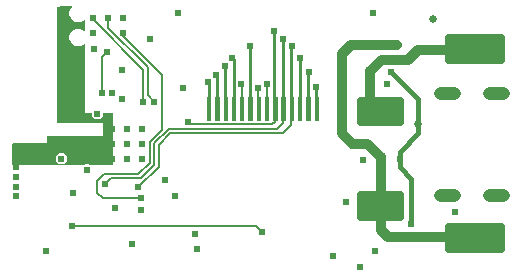
<source format=gbr>
G04 EAGLE Gerber RS-274X export*
G75*
%MOMM*%
%FSLAX34Y34*%
%LPD*%
%INBottom Copper*%
%IPPOS*%
%AMOC8*
5,1,8,0,0,1.08239X$1,22.5*%
G01*
%ADD10C,0.070000*%
%ADD11C,1.108000*%
%ADD12C,0.500000*%
%ADD13C,0.508000*%
%ADD14C,0.604800*%
%ADD15C,0.200000*%
%ADD16C,0.654800*%
%ADD17C,0.812800*%
%ADD18C,0.250000*%
%ADD19C,0.400000*%

G36*
X-126992Y-18278D02*
X-126992Y-18278D01*
X-126983Y-18279D01*
X-126895Y-18258D01*
X-126805Y-18240D01*
X-126798Y-18235D01*
X-126790Y-18233D01*
X-126717Y-18179D01*
X-126641Y-18127D01*
X-126637Y-18120D01*
X-126630Y-18115D01*
X-126583Y-18037D01*
X-126534Y-17960D01*
X-126533Y-17951D01*
X-126528Y-17944D01*
X-126501Y-17780D01*
X-126501Y25400D01*
X-126502Y25408D01*
X-126501Y25417D01*
X-126522Y25505D01*
X-126540Y25595D01*
X-126545Y25602D01*
X-126547Y25610D01*
X-126601Y25683D01*
X-126653Y25759D01*
X-126660Y25763D01*
X-126665Y25770D01*
X-126743Y25817D01*
X-126820Y25866D01*
X-126829Y25867D01*
X-126836Y25872D01*
X-127000Y25899D01*
X-134652Y25899D01*
X-134660Y25898D01*
X-134669Y25899D01*
X-134757Y25878D01*
X-134847Y25860D01*
X-134854Y25855D01*
X-134862Y25853D01*
X-134935Y25799D01*
X-135011Y25747D01*
X-135015Y25740D01*
X-135022Y25735D01*
X-135069Y25657D01*
X-135118Y25580D01*
X-135119Y25571D01*
X-135124Y25564D01*
X-135151Y25400D01*
X-135151Y23516D01*
X-137816Y20851D01*
X-141584Y20851D01*
X-144249Y23516D01*
X-144249Y25400D01*
X-144250Y25408D01*
X-144249Y25417D01*
X-144270Y25505D01*
X-144288Y25595D01*
X-144293Y25602D01*
X-144295Y25610D01*
X-144349Y25683D01*
X-144401Y25759D01*
X-144408Y25763D01*
X-144413Y25770D01*
X-144491Y25817D01*
X-144568Y25866D01*
X-144577Y25867D01*
X-144584Y25872D01*
X-144748Y25899D01*
X-150631Y25899D01*
X-150631Y84233D01*
X-150632Y84237D01*
X-150631Y84242D01*
X-150651Y84334D01*
X-150670Y84428D01*
X-150673Y84432D01*
X-150674Y84436D01*
X-150729Y84513D01*
X-150783Y84592D01*
X-150786Y84594D01*
X-150789Y84598D01*
X-150871Y84648D01*
X-150950Y84699D01*
X-150955Y84700D01*
X-150958Y84702D01*
X-151052Y84716D01*
X-151147Y84732D01*
X-151151Y84731D01*
X-151155Y84732D01*
X-151247Y84708D01*
X-151340Y84686D01*
X-151343Y84684D01*
X-151347Y84683D01*
X-151483Y84586D01*
X-152080Y83989D01*
X-154760Y82879D01*
X-157660Y82879D01*
X-160340Y83989D01*
X-162391Y86040D01*
X-163501Y88720D01*
X-163501Y91620D01*
X-162391Y94300D01*
X-160340Y96351D01*
X-157660Y97461D01*
X-154760Y97461D01*
X-152080Y96351D01*
X-151483Y95754D01*
X-151480Y95751D01*
X-151477Y95748D01*
X-151397Y95697D01*
X-151317Y95644D01*
X-151313Y95643D01*
X-151310Y95641D01*
X-151216Y95625D01*
X-151122Y95608D01*
X-151118Y95608D01*
X-151113Y95608D01*
X-151022Y95630D01*
X-150928Y95650D01*
X-150924Y95653D01*
X-150920Y95654D01*
X-150844Y95710D01*
X-150766Y95766D01*
X-150763Y95769D01*
X-150760Y95772D01*
X-150712Y95853D01*
X-150661Y95935D01*
X-150661Y95939D01*
X-150658Y95943D01*
X-150631Y96107D01*
X-150631Y104553D01*
X-150632Y104557D01*
X-150631Y104562D01*
X-150651Y104654D01*
X-150670Y104748D01*
X-150673Y104752D01*
X-150674Y104756D01*
X-150729Y104833D01*
X-150783Y104912D01*
X-150786Y104914D01*
X-150789Y104918D01*
X-150871Y104968D01*
X-150950Y105019D01*
X-150955Y105020D01*
X-150958Y105022D01*
X-151052Y105036D01*
X-151147Y105052D01*
X-151151Y105051D01*
X-151155Y105052D01*
X-151247Y105028D01*
X-151340Y105006D01*
X-151343Y105004D01*
X-151347Y105003D01*
X-151483Y104906D01*
X-152080Y104309D01*
X-154760Y103199D01*
X-157660Y103199D01*
X-160340Y104309D01*
X-162391Y106360D01*
X-163501Y109040D01*
X-163501Y111940D01*
X-162391Y114620D01*
X-161166Y115845D01*
X-161163Y115849D01*
X-161160Y115851D01*
X-161109Y115931D01*
X-161056Y116011D01*
X-161055Y116015D01*
X-161053Y116018D01*
X-161037Y116112D01*
X-161019Y116206D01*
X-161020Y116210D01*
X-161020Y116215D01*
X-161042Y116306D01*
X-161062Y116400D01*
X-161065Y116404D01*
X-161066Y116408D01*
X-161122Y116484D01*
X-161178Y116563D01*
X-161181Y116565D01*
X-161184Y116568D01*
X-161265Y116617D01*
X-161347Y116667D01*
X-161351Y116667D01*
X-161355Y116670D01*
X-161519Y116697D01*
X-165000Y116697D01*
X-165012Y116695D01*
X-165028Y116696D01*
X-170201Y116406D01*
X-170235Y116397D01*
X-170284Y116394D01*
X-173466Y115668D01*
X-173514Y115646D01*
X-173565Y115634D01*
X-173604Y115606D01*
X-173647Y115586D01*
X-173683Y115547D01*
X-173725Y115516D01*
X-173750Y115475D01*
X-173782Y115440D01*
X-173800Y115390D01*
X-173827Y115345D01*
X-173836Y115289D01*
X-173849Y115253D01*
X-173847Y115222D01*
X-173854Y115181D01*
X-173854Y18415D01*
X-173853Y18407D01*
X-173854Y18398D01*
X-173833Y18310D01*
X-173815Y18220D01*
X-173810Y18213D01*
X-173808Y18205D01*
X-173754Y18132D01*
X-173702Y18056D01*
X-173695Y18052D01*
X-173690Y18045D01*
X-173612Y17998D01*
X-173535Y17949D01*
X-173526Y17948D01*
X-173519Y17943D01*
X-173355Y17916D01*
X-135119Y17916D01*
X-135119Y6849D01*
X-181610Y6849D01*
X-181618Y6848D01*
X-181627Y6849D01*
X-181715Y6828D01*
X-181805Y6810D01*
X-181812Y6805D01*
X-181820Y6803D01*
X-181893Y6749D01*
X-181969Y6697D01*
X-181973Y6690D01*
X-181980Y6685D01*
X-182027Y6607D01*
X-182076Y6530D01*
X-182077Y6521D01*
X-182082Y6514D01*
X-182109Y6350D01*
X-182109Y499D01*
X-211198Y499D01*
X-211206Y498D01*
X-211215Y499D01*
X-211303Y478D01*
X-211393Y460D01*
X-211400Y455D01*
X-211408Y453D01*
X-211481Y399D01*
X-211557Y347D01*
X-211561Y340D01*
X-211568Y335D01*
X-211615Y257D01*
X-211664Y180D01*
X-211665Y171D01*
X-211670Y164D01*
X-211697Y0D01*
X-211697Y-17780D01*
X-211696Y-17788D01*
X-211697Y-17797D01*
X-211676Y-17885D01*
X-211658Y-17975D01*
X-211653Y-17982D01*
X-211651Y-17990D01*
X-211597Y-18063D01*
X-211545Y-18139D01*
X-211538Y-18143D01*
X-211533Y-18150D01*
X-211455Y-18197D01*
X-211378Y-18246D01*
X-211369Y-18247D01*
X-211362Y-18252D01*
X-211198Y-18279D01*
X-151569Y-18279D01*
X-151557Y-18277D01*
X-151544Y-18279D01*
X-151460Y-18257D01*
X-151374Y-18240D01*
X-151364Y-18232D01*
X-151351Y-18229D01*
X-151216Y-18133D01*
X-150474Y-17391D01*
X-146706Y-17391D01*
X-145964Y-18133D01*
X-145954Y-18140D01*
X-145946Y-18150D01*
X-145871Y-18194D01*
X-145798Y-18243D01*
X-145786Y-18245D01*
X-145775Y-18252D01*
X-145611Y-18279D01*
X-127000Y-18279D01*
X-126992Y-18278D01*
G37*
%LPC*%
G36*
X-172064Y-17249D02*
X-172064Y-17249D01*
X-174729Y-14584D01*
X-174729Y-10816D01*
X-172064Y-8151D01*
X-168296Y-8151D01*
X-165631Y-10816D01*
X-165631Y-14584D01*
X-168296Y-17249D01*
X-172064Y-17249D01*
G37*
%LPD*%
D10*
X-2100Y39650D02*
X-2100Y20350D01*
X-4900Y20350D01*
X-4900Y39650D01*
X-2100Y39650D01*
X-2100Y21015D02*
X-4900Y21015D01*
X-4900Y21680D02*
X-2100Y21680D01*
X-2100Y22345D02*
X-4900Y22345D01*
X-4900Y23010D02*
X-2100Y23010D01*
X-2100Y23675D02*
X-4900Y23675D01*
X-4900Y24340D02*
X-2100Y24340D01*
X-2100Y25005D02*
X-4900Y25005D01*
X-4900Y25670D02*
X-2100Y25670D01*
X-2100Y26335D02*
X-4900Y26335D01*
X-4900Y27000D02*
X-2100Y27000D01*
X-2100Y27665D02*
X-4900Y27665D01*
X-4900Y28330D02*
X-2100Y28330D01*
X-2100Y28995D02*
X-4900Y28995D01*
X-4900Y29660D02*
X-2100Y29660D01*
X-2100Y30325D02*
X-4900Y30325D01*
X-4900Y30990D02*
X-2100Y30990D01*
X-2100Y31655D02*
X-4900Y31655D01*
X-4900Y32320D02*
X-2100Y32320D01*
X-2100Y32985D02*
X-4900Y32985D01*
X-4900Y33650D02*
X-2100Y33650D01*
X-2100Y34315D02*
X-4900Y34315D01*
X-4900Y34980D02*
X-2100Y34980D01*
X-2100Y35645D02*
X-4900Y35645D01*
X-4900Y36310D02*
X-2100Y36310D01*
X-2100Y36975D02*
X-4900Y36975D01*
X-4900Y37640D02*
X-2100Y37640D01*
X-2100Y38305D02*
X-4900Y38305D01*
X-4900Y38970D02*
X-2100Y38970D01*
X-2100Y39635D02*
X-4900Y39635D01*
X4900Y39650D02*
X4900Y20350D01*
X2100Y20350D01*
X2100Y39650D01*
X4900Y39650D01*
X4900Y21015D02*
X2100Y21015D01*
X2100Y21680D02*
X4900Y21680D01*
X4900Y22345D02*
X2100Y22345D01*
X2100Y23010D02*
X4900Y23010D01*
X4900Y23675D02*
X2100Y23675D01*
X2100Y24340D02*
X4900Y24340D01*
X4900Y25005D02*
X2100Y25005D01*
X2100Y25670D02*
X4900Y25670D01*
X4900Y26335D02*
X2100Y26335D01*
X2100Y27000D02*
X4900Y27000D01*
X4900Y27665D02*
X2100Y27665D01*
X2100Y28330D02*
X4900Y28330D01*
X4900Y28995D02*
X2100Y28995D01*
X2100Y29660D02*
X4900Y29660D01*
X4900Y30325D02*
X2100Y30325D01*
X2100Y30990D02*
X4900Y30990D01*
X4900Y31655D02*
X2100Y31655D01*
X2100Y32320D02*
X4900Y32320D01*
X4900Y32985D02*
X2100Y32985D01*
X2100Y33650D02*
X4900Y33650D01*
X4900Y34315D02*
X2100Y34315D01*
X2100Y34980D02*
X4900Y34980D01*
X4900Y35645D02*
X2100Y35645D01*
X2100Y36310D02*
X4900Y36310D01*
X4900Y36975D02*
X2100Y36975D01*
X2100Y37640D02*
X4900Y37640D01*
X4900Y38305D02*
X2100Y38305D01*
X2100Y38970D02*
X4900Y38970D01*
X4900Y39635D02*
X2100Y39635D01*
X11900Y39650D02*
X11900Y20350D01*
X9100Y20350D01*
X9100Y39650D01*
X11900Y39650D01*
X11900Y21015D02*
X9100Y21015D01*
X9100Y21680D02*
X11900Y21680D01*
X11900Y22345D02*
X9100Y22345D01*
X9100Y23010D02*
X11900Y23010D01*
X11900Y23675D02*
X9100Y23675D01*
X9100Y24340D02*
X11900Y24340D01*
X11900Y25005D02*
X9100Y25005D01*
X9100Y25670D02*
X11900Y25670D01*
X11900Y26335D02*
X9100Y26335D01*
X9100Y27000D02*
X11900Y27000D01*
X11900Y27665D02*
X9100Y27665D01*
X9100Y28330D02*
X11900Y28330D01*
X11900Y28995D02*
X9100Y28995D01*
X9100Y29660D02*
X11900Y29660D01*
X11900Y30325D02*
X9100Y30325D01*
X9100Y30990D02*
X11900Y30990D01*
X11900Y31655D02*
X9100Y31655D01*
X9100Y32320D02*
X11900Y32320D01*
X11900Y32985D02*
X9100Y32985D01*
X9100Y33650D02*
X11900Y33650D01*
X11900Y34315D02*
X9100Y34315D01*
X9100Y34980D02*
X11900Y34980D01*
X11900Y35645D02*
X9100Y35645D01*
X9100Y36310D02*
X11900Y36310D01*
X11900Y36975D02*
X9100Y36975D01*
X9100Y37640D02*
X11900Y37640D01*
X11900Y38305D02*
X9100Y38305D01*
X9100Y38970D02*
X11900Y38970D01*
X11900Y39635D02*
X9100Y39635D01*
X18900Y39650D02*
X18900Y20350D01*
X16100Y20350D01*
X16100Y39650D01*
X18900Y39650D01*
X18900Y21015D02*
X16100Y21015D01*
X16100Y21680D02*
X18900Y21680D01*
X18900Y22345D02*
X16100Y22345D01*
X16100Y23010D02*
X18900Y23010D01*
X18900Y23675D02*
X16100Y23675D01*
X16100Y24340D02*
X18900Y24340D01*
X18900Y25005D02*
X16100Y25005D01*
X16100Y25670D02*
X18900Y25670D01*
X18900Y26335D02*
X16100Y26335D01*
X16100Y27000D02*
X18900Y27000D01*
X18900Y27665D02*
X16100Y27665D01*
X16100Y28330D02*
X18900Y28330D01*
X18900Y28995D02*
X16100Y28995D01*
X16100Y29660D02*
X18900Y29660D01*
X18900Y30325D02*
X16100Y30325D01*
X16100Y30990D02*
X18900Y30990D01*
X18900Y31655D02*
X16100Y31655D01*
X16100Y32320D02*
X18900Y32320D01*
X18900Y32985D02*
X16100Y32985D01*
X16100Y33650D02*
X18900Y33650D01*
X18900Y34315D02*
X16100Y34315D01*
X16100Y34980D02*
X18900Y34980D01*
X18900Y35645D02*
X16100Y35645D01*
X16100Y36310D02*
X18900Y36310D01*
X18900Y36975D02*
X16100Y36975D01*
X16100Y37640D02*
X18900Y37640D01*
X18900Y38305D02*
X16100Y38305D01*
X16100Y38970D02*
X18900Y38970D01*
X18900Y39635D02*
X16100Y39635D01*
X25900Y39650D02*
X25900Y20350D01*
X23100Y20350D01*
X23100Y39650D01*
X25900Y39650D01*
X25900Y21015D02*
X23100Y21015D01*
X23100Y21680D02*
X25900Y21680D01*
X25900Y22345D02*
X23100Y22345D01*
X23100Y23010D02*
X25900Y23010D01*
X25900Y23675D02*
X23100Y23675D01*
X23100Y24340D02*
X25900Y24340D01*
X25900Y25005D02*
X23100Y25005D01*
X23100Y25670D02*
X25900Y25670D01*
X25900Y26335D02*
X23100Y26335D01*
X23100Y27000D02*
X25900Y27000D01*
X25900Y27665D02*
X23100Y27665D01*
X23100Y28330D02*
X25900Y28330D01*
X25900Y28995D02*
X23100Y28995D01*
X23100Y29660D02*
X25900Y29660D01*
X25900Y30325D02*
X23100Y30325D01*
X23100Y30990D02*
X25900Y30990D01*
X25900Y31655D02*
X23100Y31655D01*
X23100Y32320D02*
X25900Y32320D01*
X25900Y32985D02*
X23100Y32985D01*
X23100Y33650D02*
X25900Y33650D01*
X25900Y34315D02*
X23100Y34315D01*
X23100Y34980D02*
X25900Y34980D01*
X25900Y35645D02*
X23100Y35645D01*
X23100Y36310D02*
X25900Y36310D01*
X25900Y36975D02*
X23100Y36975D01*
X23100Y37640D02*
X25900Y37640D01*
X25900Y38305D02*
X23100Y38305D01*
X23100Y38970D02*
X25900Y38970D01*
X25900Y39635D02*
X23100Y39635D01*
X32900Y39650D02*
X32900Y20350D01*
X30100Y20350D01*
X30100Y39650D01*
X32900Y39650D01*
X32900Y21015D02*
X30100Y21015D01*
X30100Y21680D02*
X32900Y21680D01*
X32900Y22345D02*
X30100Y22345D01*
X30100Y23010D02*
X32900Y23010D01*
X32900Y23675D02*
X30100Y23675D01*
X30100Y24340D02*
X32900Y24340D01*
X32900Y25005D02*
X30100Y25005D01*
X30100Y25670D02*
X32900Y25670D01*
X32900Y26335D02*
X30100Y26335D01*
X30100Y27000D02*
X32900Y27000D01*
X32900Y27665D02*
X30100Y27665D01*
X30100Y28330D02*
X32900Y28330D01*
X32900Y28995D02*
X30100Y28995D01*
X30100Y29660D02*
X32900Y29660D01*
X32900Y30325D02*
X30100Y30325D01*
X30100Y30990D02*
X32900Y30990D01*
X32900Y31655D02*
X30100Y31655D01*
X30100Y32320D02*
X32900Y32320D01*
X32900Y32985D02*
X30100Y32985D01*
X30100Y33650D02*
X32900Y33650D01*
X32900Y34315D02*
X30100Y34315D01*
X30100Y34980D02*
X32900Y34980D01*
X32900Y35645D02*
X30100Y35645D01*
X30100Y36310D02*
X32900Y36310D01*
X32900Y36975D02*
X30100Y36975D01*
X30100Y37640D02*
X32900Y37640D01*
X32900Y38305D02*
X30100Y38305D01*
X30100Y38970D02*
X32900Y38970D01*
X32900Y39635D02*
X30100Y39635D01*
X39900Y39650D02*
X39900Y20350D01*
X37100Y20350D01*
X37100Y39650D01*
X39900Y39650D01*
X39900Y21015D02*
X37100Y21015D01*
X37100Y21680D02*
X39900Y21680D01*
X39900Y22345D02*
X37100Y22345D01*
X37100Y23010D02*
X39900Y23010D01*
X39900Y23675D02*
X37100Y23675D01*
X37100Y24340D02*
X39900Y24340D01*
X39900Y25005D02*
X37100Y25005D01*
X37100Y25670D02*
X39900Y25670D01*
X39900Y26335D02*
X37100Y26335D01*
X37100Y27000D02*
X39900Y27000D01*
X39900Y27665D02*
X37100Y27665D01*
X37100Y28330D02*
X39900Y28330D01*
X39900Y28995D02*
X37100Y28995D01*
X37100Y29660D02*
X39900Y29660D01*
X39900Y30325D02*
X37100Y30325D01*
X37100Y30990D02*
X39900Y30990D01*
X39900Y31655D02*
X37100Y31655D01*
X37100Y32320D02*
X39900Y32320D01*
X39900Y32985D02*
X37100Y32985D01*
X37100Y33650D02*
X39900Y33650D01*
X39900Y34315D02*
X37100Y34315D01*
X37100Y34980D02*
X39900Y34980D01*
X39900Y35645D02*
X37100Y35645D01*
X37100Y36310D02*
X39900Y36310D01*
X39900Y36975D02*
X37100Y36975D01*
X37100Y37640D02*
X39900Y37640D01*
X39900Y38305D02*
X37100Y38305D01*
X37100Y38970D02*
X39900Y38970D01*
X39900Y39635D02*
X37100Y39635D01*
X46900Y39650D02*
X46900Y20350D01*
X44100Y20350D01*
X44100Y39650D01*
X46900Y39650D01*
X46900Y21015D02*
X44100Y21015D01*
X44100Y21680D02*
X46900Y21680D01*
X46900Y22345D02*
X44100Y22345D01*
X44100Y23010D02*
X46900Y23010D01*
X46900Y23675D02*
X44100Y23675D01*
X44100Y24340D02*
X46900Y24340D01*
X46900Y25005D02*
X44100Y25005D01*
X44100Y25670D02*
X46900Y25670D01*
X46900Y26335D02*
X44100Y26335D01*
X44100Y27000D02*
X46900Y27000D01*
X46900Y27665D02*
X44100Y27665D01*
X44100Y28330D02*
X46900Y28330D01*
X46900Y28995D02*
X44100Y28995D01*
X44100Y29660D02*
X46900Y29660D01*
X46900Y30325D02*
X44100Y30325D01*
X44100Y30990D02*
X46900Y30990D01*
X46900Y31655D02*
X44100Y31655D01*
X44100Y32320D02*
X46900Y32320D01*
X46900Y32985D02*
X44100Y32985D01*
X44100Y33650D02*
X46900Y33650D01*
X46900Y34315D02*
X44100Y34315D01*
X44100Y34980D02*
X46900Y34980D01*
X46900Y35645D02*
X44100Y35645D01*
X44100Y36310D02*
X46900Y36310D01*
X46900Y36975D02*
X44100Y36975D01*
X44100Y37640D02*
X46900Y37640D01*
X46900Y38305D02*
X44100Y38305D01*
X44100Y38970D02*
X46900Y38970D01*
X46900Y39635D02*
X44100Y39635D01*
X-9100Y39650D02*
X-9100Y20350D01*
X-11900Y20350D01*
X-11900Y39650D01*
X-9100Y39650D01*
X-9100Y21015D02*
X-11900Y21015D01*
X-11900Y21680D02*
X-9100Y21680D01*
X-9100Y22345D02*
X-11900Y22345D01*
X-11900Y23010D02*
X-9100Y23010D01*
X-9100Y23675D02*
X-11900Y23675D01*
X-11900Y24340D02*
X-9100Y24340D01*
X-9100Y25005D02*
X-11900Y25005D01*
X-11900Y25670D02*
X-9100Y25670D01*
X-9100Y26335D02*
X-11900Y26335D01*
X-11900Y27000D02*
X-9100Y27000D01*
X-9100Y27665D02*
X-11900Y27665D01*
X-11900Y28330D02*
X-9100Y28330D01*
X-9100Y28995D02*
X-11900Y28995D01*
X-11900Y29660D02*
X-9100Y29660D01*
X-9100Y30325D02*
X-11900Y30325D01*
X-11900Y30990D02*
X-9100Y30990D01*
X-9100Y31655D02*
X-11900Y31655D01*
X-11900Y32320D02*
X-9100Y32320D01*
X-9100Y32985D02*
X-11900Y32985D01*
X-11900Y33650D02*
X-9100Y33650D01*
X-9100Y34315D02*
X-11900Y34315D01*
X-11900Y34980D02*
X-9100Y34980D01*
X-9100Y35645D02*
X-11900Y35645D01*
X-11900Y36310D02*
X-9100Y36310D01*
X-9100Y36975D02*
X-11900Y36975D01*
X-11900Y37640D02*
X-9100Y37640D01*
X-9100Y38305D02*
X-11900Y38305D01*
X-11900Y38970D02*
X-9100Y38970D01*
X-9100Y39635D02*
X-11900Y39635D01*
X-16100Y39650D02*
X-16100Y20350D01*
X-18900Y20350D01*
X-18900Y39650D01*
X-16100Y39650D01*
X-16100Y21015D02*
X-18900Y21015D01*
X-18900Y21680D02*
X-16100Y21680D01*
X-16100Y22345D02*
X-18900Y22345D01*
X-18900Y23010D02*
X-16100Y23010D01*
X-16100Y23675D02*
X-18900Y23675D01*
X-18900Y24340D02*
X-16100Y24340D01*
X-16100Y25005D02*
X-18900Y25005D01*
X-18900Y25670D02*
X-16100Y25670D01*
X-16100Y26335D02*
X-18900Y26335D01*
X-18900Y27000D02*
X-16100Y27000D01*
X-16100Y27665D02*
X-18900Y27665D01*
X-18900Y28330D02*
X-16100Y28330D01*
X-16100Y28995D02*
X-18900Y28995D01*
X-18900Y29660D02*
X-16100Y29660D01*
X-16100Y30325D02*
X-18900Y30325D01*
X-18900Y30990D02*
X-16100Y30990D01*
X-16100Y31655D02*
X-18900Y31655D01*
X-18900Y32320D02*
X-16100Y32320D01*
X-16100Y32985D02*
X-18900Y32985D01*
X-18900Y33650D02*
X-16100Y33650D01*
X-16100Y34315D02*
X-18900Y34315D01*
X-18900Y34980D02*
X-16100Y34980D01*
X-16100Y35645D02*
X-18900Y35645D01*
X-18900Y36310D02*
X-16100Y36310D01*
X-16100Y36975D02*
X-18900Y36975D01*
X-18900Y37640D02*
X-16100Y37640D01*
X-16100Y38305D02*
X-18900Y38305D01*
X-18900Y38970D02*
X-16100Y38970D01*
X-16100Y39635D02*
X-18900Y39635D01*
X-23100Y39650D02*
X-23100Y20350D01*
X-25900Y20350D01*
X-25900Y39650D01*
X-23100Y39650D01*
X-23100Y21015D02*
X-25900Y21015D01*
X-25900Y21680D02*
X-23100Y21680D01*
X-23100Y22345D02*
X-25900Y22345D01*
X-25900Y23010D02*
X-23100Y23010D01*
X-23100Y23675D02*
X-25900Y23675D01*
X-25900Y24340D02*
X-23100Y24340D01*
X-23100Y25005D02*
X-25900Y25005D01*
X-25900Y25670D02*
X-23100Y25670D01*
X-23100Y26335D02*
X-25900Y26335D01*
X-25900Y27000D02*
X-23100Y27000D01*
X-23100Y27665D02*
X-25900Y27665D01*
X-25900Y28330D02*
X-23100Y28330D01*
X-23100Y28995D02*
X-25900Y28995D01*
X-25900Y29660D02*
X-23100Y29660D01*
X-23100Y30325D02*
X-25900Y30325D01*
X-25900Y30990D02*
X-23100Y30990D01*
X-23100Y31655D02*
X-25900Y31655D01*
X-25900Y32320D02*
X-23100Y32320D01*
X-23100Y32985D02*
X-25900Y32985D01*
X-25900Y33650D02*
X-23100Y33650D01*
X-23100Y34315D02*
X-25900Y34315D01*
X-25900Y34980D02*
X-23100Y34980D01*
X-23100Y35645D02*
X-25900Y35645D01*
X-25900Y36310D02*
X-23100Y36310D01*
X-23100Y36975D02*
X-25900Y36975D01*
X-25900Y37640D02*
X-23100Y37640D01*
X-23100Y38305D02*
X-25900Y38305D01*
X-25900Y38970D02*
X-23100Y38970D01*
X-23100Y39635D02*
X-25900Y39635D01*
X-30100Y39650D02*
X-30100Y20350D01*
X-32900Y20350D01*
X-32900Y39650D01*
X-30100Y39650D01*
X-30100Y21015D02*
X-32900Y21015D01*
X-32900Y21680D02*
X-30100Y21680D01*
X-30100Y22345D02*
X-32900Y22345D01*
X-32900Y23010D02*
X-30100Y23010D01*
X-30100Y23675D02*
X-32900Y23675D01*
X-32900Y24340D02*
X-30100Y24340D01*
X-30100Y25005D02*
X-32900Y25005D01*
X-32900Y25670D02*
X-30100Y25670D01*
X-30100Y26335D02*
X-32900Y26335D01*
X-32900Y27000D02*
X-30100Y27000D01*
X-30100Y27665D02*
X-32900Y27665D01*
X-32900Y28330D02*
X-30100Y28330D01*
X-30100Y28995D02*
X-32900Y28995D01*
X-32900Y29660D02*
X-30100Y29660D01*
X-30100Y30325D02*
X-32900Y30325D01*
X-32900Y30990D02*
X-30100Y30990D01*
X-30100Y31655D02*
X-32900Y31655D01*
X-32900Y32320D02*
X-30100Y32320D01*
X-30100Y32985D02*
X-32900Y32985D01*
X-32900Y33650D02*
X-30100Y33650D01*
X-30100Y34315D02*
X-32900Y34315D01*
X-32900Y34980D02*
X-30100Y34980D01*
X-30100Y35645D02*
X-32900Y35645D01*
X-32900Y36310D02*
X-30100Y36310D01*
X-30100Y36975D02*
X-32900Y36975D01*
X-32900Y37640D02*
X-30100Y37640D01*
X-30100Y38305D02*
X-32900Y38305D01*
X-32900Y38970D02*
X-30100Y38970D01*
X-30100Y39635D02*
X-32900Y39635D01*
X-37100Y39650D02*
X-37100Y20350D01*
X-39900Y20350D01*
X-39900Y39650D01*
X-37100Y39650D01*
X-37100Y21015D02*
X-39900Y21015D01*
X-39900Y21680D02*
X-37100Y21680D01*
X-37100Y22345D02*
X-39900Y22345D01*
X-39900Y23010D02*
X-37100Y23010D01*
X-37100Y23675D02*
X-39900Y23675D01*
X-39900Y24340D02*
X-37100Y24340D01*
X-37100Y25005D02*
X-39900Y25005D01*
X-39900Y25670D02*
X-37100Y25670D01*
X-37100Y26335D02*
X-39900Y26335D01*
X-39900Y27000D02*
X-37100Y27000D01*
X-37100Y27665D02*
X-39900Y27665D01*
X-39900Y28330D02*
X-37100Y28330D01*
X-37100Y28995D02*
X-39900Y28995D01*
X-39900Y29660D02*
X-37100Y29660D01*
X-37100Y30325D02*
X-39900Y30325D01*
X-39900Y30990D02*
X-37100Y30990D01*
X-37100Y31655D02*
X-39900Y31655D01*
X-39900Y32320D02*
X-37100Y32320D01*
X-37100Y32985D02*
X-39900Y32985D01*
X-39900Y33650D02*
X-37100Y33650D01*
X-37100Y34315D02*
X-39900Y34315D01*
X-39900Y34980D02*
X-37100Y34980D01*
X-37100Y35645D02*
X-39900Y35645D01*
X-39900Y36310D02*
X-37100Y36310D01*
X-37100Y36975D02*
X-39900Y36975D01*
X-39900Y37640D02*
X-37100Y37640D01*
X-37100Y38305D02*
X-39900Y38305D01*
X-39900Y38970D02*
X-37100Y38970D01*
X-37100Y39635D02*
X-39900Y39635D01*
X-44100Y39650D02*
X-44100Y20350D01*
X-46900Y20350D01*
X-46900Y39650D01*
X-44100Y39650D01*
X-44100Y21015D02*
X-46900Y21015D01*
X-46900Y21680D02*
X-44100Y21680D01*
X-44100Y22345D02*
X-46900Y22345D01*
X-46900Y23010D02*
X-44100Y23010D01*
X-44100Y23675D02*
X-46900Y23675D01*
X-46900Y24340D02*
X-44100Y24340D01*
X-44100Y25005D02*
X-46900Y25005D01*
X-46900Y25670D02*
X-44100Y25670D01*
X-44100Y26335D02*
X-46900Y26335D01*
X-46900Y27000D02*
X-44100Y27000D01*
X-44100Y27665D02*
X-46900Y27665D01*
X-46900Y28330D02*
X-44100Y28330D01*
X-44100Y28995D02*
X-46900Y28995D01*
X-46900Y29660D02*
X-44100Y29660D01*
X-44100Y30325D02*
X-46900Y30325D01*
X-46900Y30990D02*
X-44100Y30990D01*
X-44100Y31655D02*
X-46900Y31655D01*
X-46900Y32320D02*
X-44100Y32320D01*
X-44100Y32985D02*
X-46900Y32985D01*
X-46900Y33650D02*
X-44100Y33650D01*
X-44100Y34315D02*
X-46900Y34315D01*
X-46900Y34980D02*
X-44100Y34980D01*
X-44100Y35645D02*
X-46900Y35645D01*
X-46900Y36310D02*
X-44100Y36310D01*
X-44100Y36975D02*
X-46900Y36975D01*
X-46900Y37640D02*
X-44100Y37640D01*
X-44100Y38305D02*
X-46900Y38305D01*
X-46900Y38970D02*
X-44100Y38970D01*
X-44100Y39635D02*
X-46900Y39635D01*
D11*
X150670Y-43200D02*
X161750Y-43200D01*
X161750Y43200D02*
X150670Y43200D01*
X192170Y43200D02*
X203250Y43200D01*
X203250Y-43200D02*
X192170Y-43200D01*
D12*
X82500Y-42700D02*
X82500Y-62700D01*
X82500Y-42700D02*
X117500Y-42700D01*
X117500Y-62700D01*
X82500Y-62700D01*
X82500Y-57950D02*
X117500Y-57950D01*
X117500Y-53200D02*
X82500Y-53200D01*
X82500Y-48450D02*
X117500Y-48450D01*
X117500Y-43700D02*
X82500Y-43700D01*
X82500Y17300D02*
X82500Y37300D01*
X117500Y37300D01*
X117500Y17300D01*
X82500Y17300D01*
X82500Y22050D02*
X117500Y22050D01*
X117500Y26800D02*
X82500Y26800D01*
X82500Y31550D02*
X117500Y31550D01*
X117500Y36300D02*
X82500Y36300D01*
D13*
X157140Y-69840D02*
X157140Y-90160D01*
X157140Y-69840D02*
X202860Y-69840D01*
X202860Y-90160D01*
X157140Y-90160D01*
X157140Y-85334D02*
X202860Y-85334D01*
X202860Y-80508D02*
X157140Y-80508D01*
X157140Y-75682D02*
X202860Y-75682D01*
X202860Y-70856D02*
X157140Y-70856D01*
X157140Y69840D02*
X157140Y90160D01*
X202860Y90160D01*
X202860Y69840D01*
X157140Y69840D01*
X157140Y74666D02*
X202860Y74666D01*
X202860Y79492D02*
X157140Y79492D01*
X157140Y84318D02*
X202860Y84318D01*
X202860Y89144D02*
X157140Y89144D01*
D14*
X-119060Y62370D03*
X-127000Y43100D03*
X-142560Y79870D03*
X-114300Y0D03*
X-160020Y-41910D03*
X-102870Y-55880D03*
X-110490Y-85090D03*
X-73660Y-44450D03*
X-56800Y-76200D03*
X95250Y-90984D03*
X59690Y-95250D03*
X70485Y-49530D03*
X85090Y-13970D03*
X105410Y50800D03*
D15*
X-3500Y46680D02*
X-3500Y30000D01*
X-3500Y46680D02*
X-3810Y46990D01*
D14*
X-3810Y46990D03*
X-177800Y2620D03*
X-118110Y106680D03*
X-94828Y88972D03*
X-55800Y-88900D03*
X-162560Y21590D03*
X-154940Y21590D03*
X-170180Y21590D03*
X-147320Y21590D03*
X-170180Y29210D03*
X-170180Y36830D03*
X-170180Y44450D03*
X-170180Y52070D03*
X-170180Y59690D03*
X-170180Y67310D03*
X-170180Y74930D03*
X-170180Y82550D03*
X-170180Y90170D03*
X-170180Y97790D03*
X-170180Y105410D03*
X-170180Y113030D03*
X-185420Y-3175D03*
X-193040Y-3175D03*
X-200660Y-3175D03*
X-208280Y-3175D03*
X-208280Y-11430D03*
X-208280Y-19685D03*
X-208280Y-27940D03*
X-208280Y-36195D03*
X-208280Y-44450D03*
X-168910Y2540D03*
X-161290Y2540D03*
X-152400Y2620D03*
X-114300Y12700D03*
X-101600Y12700D03*
X-101600Y0D03*
X-101600Y-12700D03*
X-114300Y-12700D03*
X-127000Y-12700D03*
X-127000Y0D03*
X-127000Y12700D03*
D16*
X144780Y105711D03*
D14*
X-125095Y-54610D03*
X-118703Y38100D03*
X-82550Y-30830D03*
X-148590Y-21940D03*
X-183000Y-91000D03*
X-139700Y25400D03*
X-71120Y110490D03*
X-170180Y-12700D03*
X-67310Y46990D03*
X163195Y-57785D03*
X82550Y-104140D03*
X93980Y110490D03*
D15*
X-17500Y50520D02*
X-17500Y30000D01*
X-17500Y50520D02*
X-17780Y50800D01*
D14*
X-17780Y50800D03*
D15*
X3500Y50490D02*
X3500Y30000D01*
X3500Y50490D02*
X3814Y50804D01*
D14*
X3814Y50804D03*
X-143510Y93980D03*
D15*
X-130810Y98425D02*
X-97155Y64770D01*
X-97155Y41275D01*
X-91440Y35560D01*
D14*
X-91440Y35560D03*
D15*
X-130810Y98425D02*
X-130810Y106680D01*
D14*
X-130810Y106680D03*
D15*
X-143510Y105410D02*
X-100965Y62865D01*
X-100965Y35589D01*
X-100994Y35560D01*
D14*
X-100994Y35560D03*
D15*
X-143510Y105410D02*
X-143510Y106680D01*
D14*
X-143510Y106680D03*
X-102870Y-45720D03*
D15*
X-135255Y-45720D01*
X-139700Y-41275D01*
X-139700Y-31115D01*
X-134271Y-25686D01*
X-105061Y-25686D02*
X-95250Y-15875D01*
X-105061Y-25686D02*
X-134271Y-25686D01*
X-95250Y1905D02*
X-85090Y12065D01*
X-95250Y1905D02*
X-95250Y-15875D01*
D14*
X-118110Y93980D03*
D15*
X-118110Y91344D02*
X-85090Y58324D01*
X-118110Y91344D02*
X-118110Y93980D01*
X-85090Y58324D02*
X-85090Y12065D01*
D14*
X-131754Y77470D03*
X-135890Y43180D03*
D15*
X-135890Y73334D01*
X-131754Y77470D01*
D17*
X91440Y35860D02*
X100000Y27300D01*
X91440Y61595D02*
X100965Y71120D01*
X91440Y61595D02*
X91440Y35860D01*
X100965Y71120D02*
X123190Y71120D01*
X131779Y79709D02*
X144780Y79709D01*
D14*
X144780Y79709D03*
D17*
X131779Y79709D02*
X123190Y71120D01*
X144780Y79709D02*
X170291Y79709D01*
X180000Y80000D01*
D14*
X114300Y83460D03*
D17*
X74570Y83460D01*
X67310Y76200D01*
X67310Y8890D01*
X76200Y0D01*
X88900Y0D01*
X100000Y-11100D01*
X100000Y-52700D01*
X100000Y-72695D01*
X106045Y-78740D01*
X171260Y-78740D01*
X180000Y-80000D01*
D14*
X17780Y88900D03*
D18*
X17500Y88620D01*
X17500Y30000D01*
D15*
X17500Y17500D01*
X12700Y12700D01*
X-79375Y12700D01*
X-91440Y635D01*
X-91440Y-17780D01*
X-102870Y-29210D01*
X-128654Y-29210D01*
X-133734Y-34290D01*
D14*
X-133734Y-34290D03*
X25400Y82550D03*
D18*
X24500Y81650D01*
X24500Y30000D01*
D15*
X24500Y15610D01*
X-87916Y-921D02*
X-87916Y-19336D01*
X-105152Y-36572D01*
X-87916Y-921D02*
X-78105Y8890D01*
D14*
X-105152Y-36572D03*
D15*
X17780Y8890D02*
X24500Y15610D01*
X17780Y8890D02*
X-78105Y8890D01*
D14*
X-45720Y52070D03*
D18*
X-45500Y51850D01*
X-45500Y30000D01*
D14*
X-39370Y58420D03*
D18*
X-38500Y57550D01*
X-38500Y30000D01*
D14*
X-31750Y66040D03*
D18*
X-31500Y65790D01*
X-31500Y30000D01*
D14*
X-25400Y72390D03*
D18*
X-24500Y71490D01*
X-24500Y30000D01*
D14*
X-10160Y82550D03*
D18*
X-10160Y30340D01*
X-10500Y30000D01*
D14*
X31750Y72390D03*
D18*
X31500Y72140D01*
X31500Y30000D01*
D14*
X39370Y60960D03*
D18*
X38500Y60090D01*
X38500Y30000D01*
D14*
X45720Y48260D03*
D18*
X45500Y48040D01*
X45500Y30000D01*
D14*
X10160Y95250D03*
D18*
X10160Y30340D01*
X10500Y30000D01*
D14*
X-62812Y18362D03*
D15*
X10500Y18755D02*
X10500Y30000D01*
X10500Y18755D02*
X8255Y16510D01*
X-60960Y16510D01*
X-62812Y18362D01*
D14*
X116180Y-13000D03*
X109220Y60960D03*
X125986Y-67689D03*
D19*
X125986Y-29791D01*
X116180Y-19985D01*
X116180Y-13000D01*
X132080Y38100D02*
X109220Y60960D01*
X116180Y-7010D02*
X116180Y-13000D01*
D14*
X-161290Y-69215D03*
D15*
X-5080Y-69215D02*
X0Y-74295D01*
X-5080Y-69215D02*
X-161290Y-69215D01*
D14*
X0Y-74295D03*
D16*
X132080Y16510D03*
D19*
X132080Y8890D01*
X116180Y-7010D01*
X132080Y16510D02*
X132080Y38100D01*
M02*

</source>
